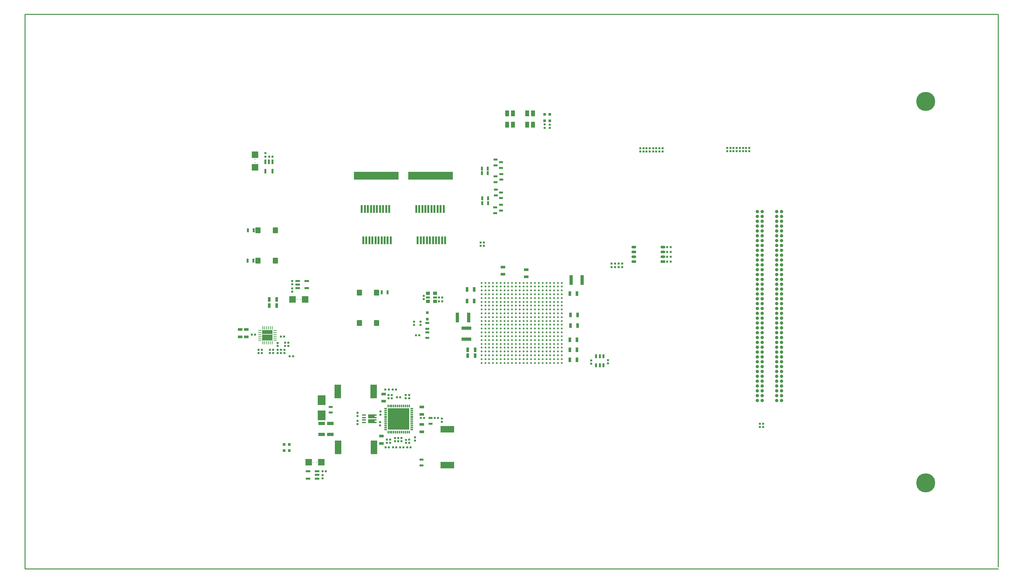
<source format=gbr>
%FSTAX23Y23*%
%MOIN*%
%SFA1B1*%

%IPPOS*%
%AMD35*
4,1,8,0.025600,-0.026700,0.025600,0.026700,0.021700,0.030500,-0.021700,0.030500,-0.025600,0.026700,-0.025600,-0.026700,-0.021700,-0.030500,0.021700,-0.030500,0.025600,-0.026700,0.0*
1,1,0.007717,0.021700,-0.026700*
1,1,0.007717,0.021700,0.026700*
1,1,0.007717,-0.021700,0.026700*
1,1,0.007717,-0.021700,-0.026700*
%
%ADD11R,0.050000X0.029921*%
%ADD12O,0.050000X0.029921*%
%ADD13R,0.029724X0.011811*%
%ADD14R,0.011811X0.029724*%
%ADD15R,0.220472X0.220472*%
%ADD16R,0.031496X0.031496*%
%ADD17R,0.051181X0.021654*%
%ADD18R,0.021654X0.051181*%
%ADD19R,0.066929X0.070866*%
%ADD20R,0.010000X0.010000*%
%ADD21R,0.070866X0.066929*%
%ADD22R,0.010000X0.010000*%
%ADD23R,0.039370X0.023622*%
%ADD24R,0.021654X0.023622*%
%ADD25R,0.023622X0.021654*%
%ADD26R,0.023622X0.039370*%
%ADD27R,0.070079X0.140157*%
%ADD28R,0.019685X0.078740*%
%ADD29R,0.043307X0.059055*%
%ADD30R,0.027559X0.051181*%
%ADD31R,0.066929X0.035433*%
%ADD32R,0.051181X0.027559*%
%ADD33R,0.102362X0.035433*%
%ADD34R,0.035433X0.102362*%
G04~CAMADD=35~8~0.0~0.0~610.2~511.8~38.6~0.0~15~0.0~0.0~0.0~0.0~0~0.0~0.0~0.0~0.0~0~0.0~0.0~0.0~270.0~512.0~610.0*
%ADD35D35*%
%ADD37R,0.031693X0.009843*%
%ADD38R,0.009843X0.031693*%
%ADD39R,0.106299X0.059055*%
%ADD40R,0.106299X0.041339*%
%ADD41R,0.023622X0.043307*%
%ADD42R,0.029921X0.015945*%
%ADD43R,0.038976X0.015945*%
%ADD44R,0.067913X0.038976*%
%ADD45R,0.140157X0.070079*%
%ADD46R,0.039370X0.035433*%
%ADD47R,0.039370X0.019685*%
%ADD48R,0.078740X0.098425*%
%ADD49R,0.464566X0.078740*%
%ADD50C,0.019685*%
%ADD60C,0.010000*%
%ADD132C,0.196850*%
%ADD133C,0.035000*%
%LNatfc_paste_top-1*%
%LPD*%
G54D11*
X0734Y0382D03*
G54D12*
X0734Y0387D03*
Y0392D03*
Y0397D03*
X07041Y0382D03*
Y0387D03*
Y0392D03*
Y0397D03*
G54D13*
X04749Y02088D03*
Y02107D03*
Y02127D03*
Y02147D03*
Y02166D03*
Y02186D03*
Y02206D03*
Y02225D03*
Y02245D03*
Y02265D03*
Y02284D03*
Y02304D03*
X04479D03*
Y02284D03*
Y02265D03*
Y02245D03*
Y02225D03*
Y02206D03*
Y02186D03*
Y02166D03*
Y02147D03*
Y02127D03*
Y02107D03*
Y02088D03*
G54D14*
X04723Y02331D03*
X04703D03*
X04683D03*
X04664D03*
X04644D03*
X04624D03*
X04604D03*
X04585D03*
X04565D03*
X04545D03*
X04526D03*
X04506D03*
Y02061D03*
X04526D03*
X04545D03*
X04565D03*
X04585D03*
X04604D03*
X04624D03*
X04644D03*
X04664D03*
X04683D03*
X04703D03*
X04723D03*
G54D15*
X04614Y02196D03*
G54D16*
X03435Y01935D03*
Y0187D03*
X06122Y05339D03*
Y05274D03*
X06175Y0534D03*
Y05275D03*
X04911Y03228D03*
Y03293D03*
X03487Y01935D03*
Y0187D03*
G54D17*
X03775Y01657D03*
Y01582D03*
Y0162D03*
X03681Y01657D03*
Y01582D03*
X03574Y03547D03*
Y03622D03*
Y03584D03*
X03668Y03547D03*
Y03622D03*
G54D18*
X03241Y04849D03*
X03315D03*
X03278D03*
X03241Y04754D03*
X03315D03*
G54D19*
X03686Y01752D03*
X03816D03*
X0365Y03431D03*
X0352D03*
G54D20*
X03769Y01752D03*
X03733D03*
X03567Y03431D03*
X03603D03*
G54D21*
X03135Y04795D03*
Y04925D03*
G54D22*
X03135Y04878D03*
Y04842D03*
G54D23*
X03914Y02263D03*
Y02322D03*
X05671Y04788D03*
Y04847D03*
X05615Y04701D03*
Y04642D03*
X05675Y04725D03*
Y04666D03*
X05613Y04814D03*
Y04873D03*
X05671Y04476D03*
Y04535D03*
X05611Y04379D03*
Y0432D03*
X05672Y04407D03*
Y04348D03*
X05616Y04504D03*
Y04563D03*
X04909Y03128D03*
Y03187D03*
Y03033D03*
Y03092D03*
X04943Y02207D03*
Y02148D03*
X04851Y01776D03*
Y01717D03*
G54D24*
X04577Y02D03*
Y01966D03*
X03517Y03621D03*
Y03587D03*
X0383Y01584D03*
Y01618D03*
X04191Y02262D03*
Y02227D03*
Y02178D03*
Y02143D03*
X03517Y03545D03*
Y03511D03*
X03242Y04905D03*
Y0494D03*
X03438Y02912D03*
Y02878D03*
X05061Y02168D03*
Y02202D03*
X03205Y02912D03*
Y02878D03*
X03169Y02912D03*
Y02878D03*
X04725Y02443D03*
Y02409D03*
X04724Y01949D03*
Y01983D03*
X0451Y02445D03*
Y0241D03*
X04495Y01949D03*
Y01983D03*
X03367Y02912D03*
Y02878D03*
X06122Y05237D03*
Y05202D03*
X06174Y05234D03*
Y05199D03*
X06602Y02766D03*
Y02801D03*
X06775Y0277D03*
Y02805D03*
X05495Y04017D03*
Y03983D03*
X05461Y04017D03*
Y03983D03*
X06811Y03799D03*
Y03765D03*
X06884Y03799D03*
Y03765D03*
X0692Y03799D03*
Y03765D03*
X06847Y03799D03*
Y03765D03*
X04774Y03201D03*
Y03167D03*
X04842Y03201D03*
Y03167D03*
X04643Y01966D03*
Y01999D03*
X0461Y01966D03*
Y01999D03*
X04686Y02444D03*
Y0241D03*
X04691Y01949D03*
Y01982D03*
X04545Y02444D03*
Y0241D03*
X04528Y0195D03*
Y01983D03*
X04783Y01975D03*
Y02008D03*
X04426Y02274D03*
Y02241D03*
X04425Y02165D03*
Y02132D03*
X03402Y02911D03*
Y02878D03*
X03367Y02982D03*
Y02949D03*
X03322Y02911D03*
Y02878D03*
X04874Y03435D03*
Y03468D03*
X08374Y02147D03*
Y02114D03*
X0834Y02147D03*
Y02114D03*
X03286Y02912D03*
Y02878D03*
X07171Y04991D03*
Y04957D03*
X07106D03*
Y04991D03*
X07204D03*
Y04957D03*
X07139D03*
Y04991D03*
X07304D03*
Y04957D03*
X07239D03*
Y04991D03*
X07337D03*
Y04957D03*
X07272D03*
Y04991D03*
X08068Y04995D03*
Y04961D03*
X08005D03*
Y04995D03*
X081D03*
Y04961D03*
X08197Y04995D03*
Y04961D03*
X08134D03*
Y04995D03*
X08229D03*
Y04961D03*
X08037D03*
Y04995D03*
X08166Y04961D03*
Y04995D03*
G54D25*
X03315Y04904D03*
X0328D03*
X03829Y01657D03*
X03863D03*
X03478Y0295D03*
X03443D03*
X05022Y02207D03*
X04988D03*
X04665Y01905D03*
X04631D03*
X04738D03*
X04704D03*
X04553Y02499D03*
X04588D03*
X04478Y025D03*
X04513D03*
X04515Y01905D03*
X04481D03*
X0459D03*
X04556D03*
X04632Y0242D03*
X04598D03*
X0742Y0397D03*
X07385D03*
X0742Y03921D03*
X07385D03*
X0742Y0387D03*
X07385D03*
X0742Y03821D03*
X07385D03*
X04793Y0306D03*
X04828D03*
X04878Y02207D03*
X04845D03*
X03435Y03047D03*
X03402D03*
X03477Y02985D03*
X03443D03*
X03101Y03066D03*
X03134D03*
X05031Y03452D03*
X05065D03*
X05031Y03409D03*
X05065D03*
X03491Y02844D03*
X03526D03*
G54D26*
X05535Y04735D03*
X05475D03*
X05536Y04424D03*
X05476D03*
X0306Y04144D03*
X0312D03*
X03117Y03829D03*
X03057D03*
X0444Y03504D03*
X045D03*
X05535Y04782D03*
X05475D03*
X05536Y04474D03*
X05476D03*
G54D27*
X03987Y02482D03*
X04357D03*
X0399Y01905D03*
X0436D03*
G54D28*
X05032Y0404D03*
X05063D03*
X04843D03*
X04874D03*
X05079Y04363D03*
X05048D03*
X05016D03*
X04985D03*
X04953D03*
X04922D03*
X0489D03*
X04859D03*
X04827D03*
X04796D03*
X04811Y0404D03*
X04906D03*
X04937D03*
X04969D03*
X05D03*
X05095D03*
X04282D03*
X04518Y04363D03*
X04487D03*
X04455D03*
X04424D03*
X04392D03*
X04361D03*
X04329D03*
X04298D03*
X04266D03*
X04235D03*
X0425Y0404D03*
X04313D03*
X04345D03*
X04376D03*
X04408D03*
X04439D03*
X04471D03*
X04502D03*
X04534D03*
G54D29*
X05793Y05233D03*
Y05352D03*
X05733D03*
Y05233D03*
X06D03*
Y05352D03*
X0594D03*
Y05233D03*
G54D30*
X03282Y03367D03*
X03356D03*
X06387Y03161D03*
X06462D03*
Y03271D03*
X06387D03*
X05395Y03414D03*
X0532D03*
Y03535D03*
X05395D03*
X06379Y03492D03*
X06454D03*
Y02909D03*
X06379D03*
X05328Y0285D03*
X05403D03*
Y02909D03*
X05328D03*
X06454Y03015D03*
X06379D03*
X06453Y02807D03*
X06379D03*
X03282Y03431D03*
X03356D03*
G54D31*
X03819Y02151D03*
Y02037D03*
X0391Y02151D03*
Y02037D03*
G54D32*
X04853Y02244D03*
Y02319D03*
X04461Y0238D03*
Y02455D03*
X04854Y0214D03*
Y02065D03*
X04438Y0202D03*
Y01945D03*
X03044Y03044D03*
Y03119D03*
X02982Y03044D03*
Y03119D03*
X05692Y0369D03*
Y03765D03*
X05929Y03738D03*
Y03663D03*
G54D33*
X05314Y03021D03*
Y03135D03*
G54D34*
X05336Y03244D03*
X05222D03*
X06394Y03632D03*
X06508D03*
G54D35*
X04387Y035D03*
Y03187D03*
X04209Y035D03*
Y03187D03*
X03165Y03831D03*
Y04144D03*
X03343Y03831D03*
Y04144D03*
G54D37*
X03339Y03012D03*
Y03032D03*
Y03052D03*
Y03071D03*
Y03091D03*
Y03111D03*
X03185D03*
Y03091D03*
Y03071D03*
Y03052D03*
Y03032D03*
Y03012D03*
G54D38*
X03311Y03138D03*
X03292D03*
X03272D03*
X03252D03*
X03232D03*
X03213D03*
Y02985D03*
X03232D03*
X03252D03*
X03272D03*
X03292D03*
X03311D03*
G54D39*
X03262Y03037D03*
G54D40*
X03262Y03094D03*
G54D41*
X06727Y02845D03*
X06689D03*
X06652D03*
Y0275D03*
X06689D03*
X06727D03*
G54D42*
X04373Y02211D03*
Y02186D03*
Y02162D03*
Y02236D03*
G54D43*
X04256Y0216D03*
Y02186D03*
Y02212D03*
Y02238D03*
G54D44*
X04334Y02223D03*
Y02175D03*
G54D45*
X05118Y0172D03*
Y0209D03*
G54D46*
X04991Y03494D03*
X04917D03*
X04991Y03409D03*
X04917D03*
G54D47*
X04991Y03452D03*
X04917D03*
G54D48*
X03822Y02233D03*
Y0239D03*
G54D49*
X04945Y04706D03*
X04384D03*
G54D50*
X05745Y03563D03*
Y03602D03*
Y02775D03*
Y02815D03*
X0547Y02972D03*
Y03011D03*
Y03051D03*
Y0309D03*
Y03169D03*
Y03208D03*
Y03563D03*
Y03602D03*
X05666Y02854D03*
X0547Y03248D03*
Y03287D03*
X05666Y03563D03*
Y03602D03*
X05509Y02933D03*
Y02972D03*
X0547Y03366D03*
Y03405D03*
X05509Y02775D03*
X05588Y03563D03*
Y03602D03*
X06296Y02775D03*
X06257D03*
X06218D03*
X06178D03*
X06139D03*
X061D03*
X0606D03*
X06021D03*
X05981D03*
X05942D03*
X05903D03*
X05863D03*
X05824D03*
X05785D03*
X05706D03*
X05666D03*
X05627D03*
X05588D03*
X05548D03*
X06296Y02815D03*
X06257D03*
X06218D03*
X06178D03*
X06139D03*
X061D03*
X0606D03*
X06021D03*
X05981D03*
X05942D03*
X05903D03*
X05863D03*
X05824D03*
X05785D03*
X05706D03*
X05666D03*
X05627D03*
X05588D03*
X05548D03*
X05509D03*
X06296Y02854D03*
X06257D03*
X06218D03*
X06178D03*
X06139D03*
X061D03*
X0606D03*
X06021D03*
X05981D03*
X05942D03*
X05903D03*
X05863D03*
X05824D03*
X05785D03*
X05745D03*
X05706D03*
X05627D03*
X05588D03*
X05548D03*
X05509D03*
X06296Y02893D03*
X06257D03*
X06218D03*
X06178D03*
X06139D03*
X061D03*
X0606D03*
X06021D03*
X05981D03*
X05942D03*
X05903D03*
X05863D03*
X05824D03*
X05785D03*
X05745D03*
X05706D03*
X05666D03*
X05627D03*
X05588D03*
X05548D03*
X05509D03*
X06296Y02933D03*
X06257D03*
X06218D03*
X06178D03*
X06139D03*
X061D03*
X0606D03*
X06021D03*
X05981D03*
X05942D03*
X05903D03*
X05863D03*
X05824D03*
X05785D03*
X05745D03*
X05706D03*
X05666D03*
X05588D03*
X05548D03*
X0547D03*
X06296Y02972D03*
X06257D03*
X06218D03*
X06178D03*
X06139D03*
X061D03*
X0606D03*
X06021D03*
X05981D03*
X05942D03*
X05903D03*
X05863D03*
X05824D03*
X05785D03*
X05745D03*
X05706D03*
X05627D03*
X05588D03*
X05548D03*
X06296Y03011D03*
X06257D03*
X06218D03*
X06178D03*
X06139D03*
X061D03*
X0606D03*
X06021D03*
X05981D03*
X05942D03*
X05903D03*
X05863D03*
X05824D03*
X05785D03*
X05745D03*
X05706D03*
X05666D03*
X05627D03*
X05588D03*
X05548D03*
X05509D03*
X06296Y03051D03*
X06257D03*
X06218D03*
X06178D03*
X06139D03*
X061D03*
X0606D03*
X06021D03*
X05981D03*
X05942D03*
X05903D03*
X05863D03*
X05824D03*
X05785D03*
X05745D03*
X05706D03*
X05666D03*
X05627D03*
X05588D03*
X05548D03*
X05509D03*
X06296Y0309D03*
X06257D03*
X06218D03*
X06178D03*
X06139D03*
X061D03*
X0606D03*
X06021D03*
X05981D03*
X05942D03*
X05903D03*
X05863D03*
X05824D03*
X05785D03*
X05745D03*
X05706D03*
X05666D03*
X05627D03*
X05588D03*
X05548D03*
X05509D03*
X06296Y03129D03*
X06257D03*
X06218D03*
X06178D03*
X06139D03*
X061D03*
X0606D03*
X06021D03*
X05981D03*
X05942D03*
X05903D03*
X05863D03*
X05824D03*
X05785D03*
X05745D03*
X05706D03*
X05666D03*
X05627D03*
X05588D03*
X05548D03*
X05509D03*
X0547D03*
X06296Y03169D03*
X06257D03*
X06218D03*
X06178D03*
X06139D03*
X061D03*
X0606D03*
X06021D03*
X05981D03*
X05942D03*
X05903D03*
X05863D03*
X05824D03*
X05785D03*
X05745D03*
X05706D03*
X05666D03*
X05627D03*
X05588D03*
X05548D03*
X05509D03*
X06296Y03208D03*
X06257D03*
X06218D03*
X06178D03*
X06139D03*
X061D03*
X0606D03*
X06021D03*
X05981D03*
X05942D03*
X05903D03*
X05863D03*
X05824D03*
X05785D03*
X05745D03*
X05706D03*
X05666D03*
X05627D03*
X05588D03*
X05548D03*
X05509D03*
X06296Y03248D03*
X06257D03*
X06218D03*
X06178D03*
X06139D03*
X061D03*
X0606D03*
X06021D03*
X05981D03*
X05942D03*
X05903D03*
X05863D03*
X05824D03*
X05785D03*
X05745D03*
X05706D03*
X05666D03*
X05627D03*
X05588D03*
X05548D03*
X05509D03*
X06296Y03287D03*
X06257D03*
X06218D03*
X06178D03*
X06139D03*
X061D03*
X0606D03*
X06021D03*
X05981D03*
X05942D03*
X05903D03*
X05863D03*
X05824D03*
X05785D03*
X05745D03*
X05706D03*
X05666D03*
X05627D03*
X05588D03*
X05548D03*
X05509D03*
X06296Y03326D03*
X06257D03*
X06218D03*
X06178D03*
X06139D03*
X061D03*
X0606D03*
X06021D03*
X05981D03*
X05942D03*
X05903D03*
X05863D03*
X05824D03*
X05785D03*
X05745D03*
X05706D03*
X05666D03*
X05627D03*
X05588D03*
X05548D03*
X05509D03*
X0547D03*
X06296Y03366D03*
X06257D03*
X06218D03*
X06178D03*
X06139D03*
X061D03*
X0606D03*
X06021D03*
X05981D03*
X05942D03*
X05903D03*
X05863D03*
X05824D03*
X05785D03*
X05745D03*
X05706D03*
X05666D03*
X05627D03*
X05588D03*
X05548D03*
X05509D03*
X06296Y03405D03*
X06257D03*
X06218D03*
X06178D03*
X06139D03*
X061D03*
X0606D03*
X06021D03*
X05981D03*
X05942D03*
X05903D03*
X05863D03*
X05785D03*
X05745D03*
X05706D03*
X05666D03*
X05627D03*
X05588D03*
X05548D03*
X05509D03*
X06296Y03444D03*
X06257D03*
X06218D03*
X06178D03*
X06139D03*
X061D03*
X0606D03*
X06021D03*
X05981D03*
X05942D03*
X05903D03*
X05863D03*
X05824D03*
X05785D03*
X05745D03*
X05706D03*
X05666D03*
X05627D03*
X05588D03*
X05548D03*
X05509D03*
X06296Y03484D03*
X06257D03*
X06218D03*
X06178D03*
X06139D03*
X061D03*
X0606D03*
X06021D03*
X05981D03*
X05942D03*
X05903D03*
X05863D03*
X05824D03*
X05785D03*
X05745D03*
X05706D03*
X05666D03*
X05627D03*
X05588D03*
X05548D03*
X05509D03*
X06296Y03523D03*
X06257D03*
X06218D03*
X06178D03*
X06139D03*
X061D03*
X0606D03*
X06021D03*
X05981D03*
X05942D03*
X05903D03*
X05863D03*
X05824D03*
X05785D03*
X05745D03*
X05706D03*
X05666D03*
X05627D03*
X05588D03*
X05548D03*
X05509D03*
X0547D03*
X06296Y03563D03*
X06257D03*
X06218D03*
X06178D03*
X06139D03*
X061D03*
X0606D03*
X06021D03*
X05981D03*
X05942D03*
X05903D03*
X05863D03*
X05824D03*
X05785D03*
X05706D03*
X05627D03*
X05548D03*
X05509D03*
X06296Y03602D03*
X06257D03*
X06218D03*
X06178D03*
X06139D03*
X061D03*
X0606D03*
X06021D03*
X05981D03*
X05942D03*
X05903D03*
X05863D03*
X05824D03*
X05785D03*
X05706D03*
X05627D03*
X05548D03*
X05509D03*
X05666Y02972D03*
X05627Y02933D03*
X0547Y03484D03*
Y03444D03*
X05824Y03405D03*
X0547Y02815D03*
Y02775D03*
Y02893D03*
Y02854D03*
G54D60*
X0076Y06374D02*
X10798D01*
X0076Y00652D02*
X10798D01*
X0076D02*
Y06374D01*
X10798Y00669D02*
Y06374D01*
G54D132*
X1005Y05474D03*
Y01537D03*
G54D133*
X08565Y03187D03*
Y03137D03*
Y03337D03*
Y03287D03*
Y02887D03*
Y02837D03*
Y03937D03*
Y03887D03*
Y03487D03*
Y03437D03*
X08315Y03687D03*
Y03637D03*
Y03487D03*
Y03437D03*
X08365Y03337D03*
X08565Y04237D03*
Y04187D03*
Y04087D03*
Y04037D03*
Y02587D03*
Y02537D03*
X08315Y02387D03*
X08365D03*
X08515D03*
X08565D03*
Y02437D03*
X08315D03*
X08365D03*
X08565Y02487D03*
X08315D03*
X08365D03*
X08515Y02537D03*
X08315D03*
X08515Y02587D03*
X08315D03*
X08565Y02637D03*
X08365D03*
Y02687D03*
X08515Y02737D03*
X08315D03*
X08365D03*
X08515Y02787D03*
X08565D03*
X08315D03*
X08365D03*
X08515Y02837D03*
X08365D03*
X08515Y02887D03*
X08365D03*
X08565Y02937D03*
X08315D03*
X08365D03*
X08315Y02987D03*
X08365D03*
X08515Y03037D03*
Y03087D03*
X08565D03*
X08515Y03137D03*
X08315D03*
X08365D03*
X08515Y03187D03*
X08315D03*
X08365D03*
X08515Y03237D03*
X08565D03*
X08315D03*
X08365D03*
X08515Y03287D03*
X08315D03*
X08365D03*
X08515Y03337D03*
X08315D03*
X08515Y03387D03*
X08565D03*
X08315D03*
X08365D03*
X08515Y03437D03*
X08365D03*
X08515Y03487D03*
X08365D03*
X08515Y03537D03*
X08565D03*
X08315D03*
X08365D03*
X08515Y03587D03*
X08315D03*
X08365D03*
X08515Y03637D03*
Y03687D03*
X08565D03*
X08515Y03737D03*
X08315D03*
X08365D03*
X08515Y03787D03*
X08315D03*
X08365D03*
X08515Y03837D03*
X08565D03*
X08315D03*
X08365D03*
X08515Y03887D03*
X08315D03*
X08365D03*
X08515Y03937D03*
X08315D03*
X08365D03*
X08515Y03987D03*
X08565D03*
X08315D03*
X08365D03*
X08515Y04037D03*
X08315D03*
X08365D03*
X08515Y04087D03*
X08315D03*
X08365D03*
X08565Y04137D03*
X08315D03*
X08365D03*
X08315Y04187D03*
X08365D03*
X08515Y04237D03*
X08315D03*
X08365D03*
X08515Y04287D03*
X08565D03*
X08315D03*
X08365D03*
X08515Y04337D03*
X08565D03*
X08315D03*
X08365D03*
X08565Y02687D03*
Y02737D03*
Y02987D03*
Y03037D03*
Y03587D03*
Y03637D03*
Y03737D03*
Y03787D03*
X08365Y03037D03*
Y03087D03*
Y03637D03*
Y03687D03*
X08515Y02437D03*
Y02487D03*
X08315Y02637D03*
Y02687D03*
X08515Y02637D03*
Y02687D03*
X08315Y03037D03*
Y03087D03*
Y02887D03*
Y02837D03*
X08515Y02937D03*
Y02987D03*
Y04137D03*
Y04187D03*
X08365Y02537D03*
Y02587D03*
M02*
</source>
